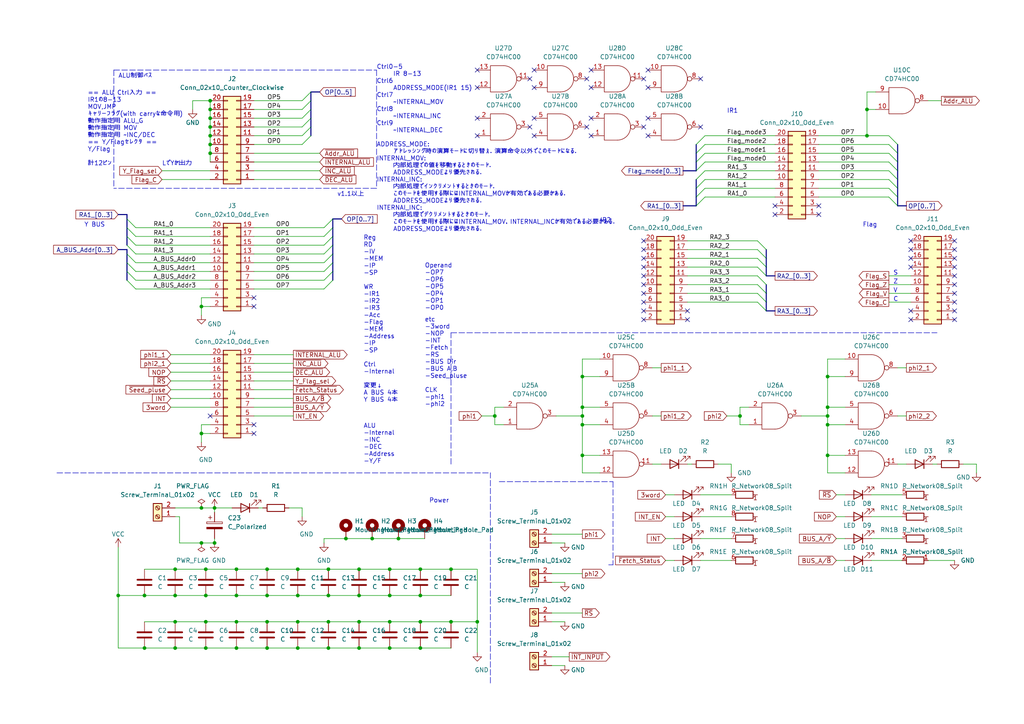
<source format=kicad_sch>
(kicad_sch (version 20211123) (generator eeschema)
  (paper "A4")
  (junction (at 68.58 187.96))
  (junction (at 240.03 109.22))
  (junction (at 168.91 132.08))
  (junction (at 240.03 132.08))
  (junction (at 68.58 165.1))
  (junction (at 58.42 88.9))
  (junction (at 240.03 120.65))
  (junction (at 68.58 172.72))
  (junction (at 86.36 180.34))
  (junction (at 104.14 187.96))
  (junction (at 41.91 172.72))
  (junction (at 60.96 34.29))
  (junction (at 251.46 39.37))
  (junction (at 77.47 180.34))
  (junction (at 60.96 41.91))
  (junction (at 77.47 187.96))
  (junction (at 121.92 187.96))
  (junction (at 58.42 147.32))
  (junction (at 58.42 157.48))
  (junction (at 95.25 165.1))
  (junction (at 77.47 172.72))
  (junction (at 41.91 187.96))
  (junction (at 95.25 187.96))
  (junction (at 68.58 180.34))
  (junction (at 50.8 180.34))
  (junction (at 59.69 165.1))
  (junction (at 107.95 156.21))
  (junction (at 62.23 157.48))
  (junction (at 77.47 165.1))
  (junction (at 95.25 180.34))
  (junction (at 214.63 120.65))
  (junction (at 60.96 44.45))
  (junction (at 86.36 187.96))
  (junction (at 104.14 180.34))
  (junction (at 115.57 156.21))
  (junction (at 130.81 180.34))
  (junction (at 86.36 172.72))
  (junction (at 86.36 165.1))
  (junction (at 50.8 187.96))
  (junction (at 50.8 172.72))
  (junction (at 100.33 156.21))
  (junction (at 104.14 172.72))
  (junction (at 59.69 180.34))
  (junction (at 59.69 172.72))
  (junction (at 60.96 31.75))
  (junction (at 168.91 109.22))
  (junction (at 138.43 180.34))
  (junction (at 240.03 118.11))
  (junction (at 168.91 120.65))
  (junction (at 168.91 118.11))
  (junction (at 95.25 172.72))
  (junction (at 113.03 180.34))
  (junction (at 168.91 123.19))
  (junction (at 251.46 31.75))
  (junction (at 59.69 187.96))
  (junction (at 34.29 172.72))
  (junction (at 113.03 165.1))
  (junction (at 50.8 165.1))
  (junction (at 240.03 123.19))
  (junction (at 113.03 187.96))
  (junction (at 121.92 172.72))
  (junction (at 104.14 165.1))
  (junction (at 130.81 165.1))
  (junction (at 121.92 180.34))
  (junction (at 62.23 147.32))
  (junction (at 143.51 120.65))
  (junction (at 113.03 172.72))
  (junction (at 121.92 165.1))
  (junction (at 60.96 39.37))
  (junction (at 60.96 36.83))
  (junction (at 60.96 29.21))
  (junction (at 58.42 125.73))
  (no_connect (at 73.66 123.19))
  (no_connect (at 199.39 92.71))
  (no_connect (at 224.79 59.69))
  (no_connect (at 237.49 62.23))
  (no_connect (at 276.86 92.71))
  (no_connect (at 276.86 90.17))
  (no_connect (at 187.96 39.37))
  (no_connect (at 154.94 39.37))
  (no_connect (at 153.67 36.83))
  (no_connect (at 154.94 25.4))
  (no_connect (at 154.94 20.32))
  (no_connect (at 153.67 22.86))
  (no_connect (at 170.18 22.86))
  (no_connect (at 154.94 34.29))
  (no_connect (at 170.18 36.83))
  (no_connect (at 199.39 90.17))
  (no_connect (at 264.16 77.47))
  (no_connect (at 264.16 69.85))
  (no_connect (at 264.16 72.39))
  (no_connect (at 264.16 74.93))
  (no_connect (at 203.2 22.86))
  (no_connect (at 186.69 90.17))
  (no_connect (at 186.69 92.71))
  (no_connect (at 276.86 77.47))
  (no_connect (at 276.86 69.85))
  (no_connect (at 276.86 72.39))
  (no_connect (at 276.86 74.93))
  (no_connect (at 276.86 80.01))
  (no_connect (at 276.86 82.55))
  (no_connect (at 276.86 85.09))
  (no_connect (at 276.86 87.63))
  (no_connect (at 237.49 59.69))
  (no_connect (at 73.66 86.36))
  (no_connect (at 187.96 25.4))
  (no_connect (at 264.16 92.71))
  (no_connect (at 203.2 36.83))
  (no_connect (at 171.45 34.29))
  (no_connect (at 264.16 90.17))
  (no_connect (at 138.43 25.4))
  (no_connect (at 138.43 34.29))
  (no_connect (at 138.43 39.37))
  (no_connect (at 138.43 20.32))
  (no_connect (at 171.45 20.32))
  (no_connect (at 60.96 120.65))
  (no_connect (at 186.69 36.83))
  (no_connect (at 73.66 88.9))
  (no_connect (at 187.96 34.29))
  (no_connect (at 186.69 22.86))
  (no_connect (at 187.96 20.32))
  (no_connect (at 186.69 87.63))
  (no_connect (at 186.69 69.85))
  (no_connect (at 186.69 72.39))
  (no_connect (at 186.69 74.93))
  (no_connect (at 186.69 77.47))
  (no_connect (at 186.69 82.55))
  (no_connect (at 186.69 85.09))
  (no_connect (at 186.69 80.01))
  (no_connect (at 224.79 62.23))
  (no_connect (at 73.66 125.73))
  (no_connect (at 171.45 39.37))
  (no_connect (at 171.45 25.4))
  (bus_entry (at 257.81 49.53) (size 2.54 2.54))
  (bus_entry (at 36.83 78.74) (size 2.54 2.54))
  (bus_entry (at 36.83 71.12) (size 2.54 2.54))
  (bus_entry (at 36.83 68.58) (size 2.54 2.54))
  (bus_entry (at 257.81 39.37) (size 2.54 2.54))
  (bus_entry (at 219.71 80.01) (size 2.54 2.54))
  (bus_entry (at 201.93 54.61) (size 2.54 -2.54))
  (bus_entry (at 93.98 66.04) (size 2.54 -2.54))
  (bus_entry (at 93.98 71.12) (size 2.54 -2.54))
  (bus_entry (at 219.71 74.93) (size 2.54 2.54))
  (bus_entry (at 87.63 41.91) (size 2.54 -2.54))
  (bus_entry (at 219.71 87.63) (size 2.54 2.54))
  (bus_entry (at 87.63 31.75) (size 2.54 -2.54))
  (bus_entry (at 219.71 82.55) (size 2.54 2.54))
  (bus_entry (at 36.83 66.04) (size 2.54 2.54))
  (bus_entry (at 219.71 69.85) (size 2.54 2.54))
  (bus_entry (at 201.93 57.15) (size 2.54 -2.54))
  (bus_entry (at 87.63 34.29) (size 2.54 -2.54))
  (bus_entry (at 257.81 54.61) (size 2.54 2.54))
  (bus_entry (at 36.83 63.5) (size 2.54 2.54))
  (bus_entry (at 201.93 46.99) (size 2.54 -2.54))
  (bus_entry (at 219.71 85.09) (size 2.54 2.54))
  (bus_entry (at 36.83 73.66) (size 2.54 2.54))
  (bus_entry (at 257.81 41.91) (size 2.54 2.54))
  (bus_entry (at 219.71 72.39) (size 2.54 2.54))
  (bus_entry (at 87.63 36.83) (size 2.54 -2.54))
  (bus_entry (at 93.98 76.2) (size 2.54 -2.54))
  (bus_entry (at 93.98 81.28) (size 2.54 -2.54))
  (bus_entry (at 93.98 78.74) (size 2.54 -2.54))
  (bus_entry (at 257.81 52.07) (size 2.54 2.54))
  (bus_entry (at 201.93 41.91) (size 2.54 -2.54))
  (bus_entry (at 201.93 52.07) (size 2.54 -2.54))
  (bus_entry (at 93.98 83.82) (size 2.54 -2.54))
  (bus_entry (at 257.81 57.15) (size 2.54 2.54))
  (bus_entry (at 257.81 46.99) (size 2.54 2.54))
  (bus_entry (at 201.93 59.69) (size 2.54 -2.54))
  (bus_entry (at 201.93 44.45) (size 2.54 -2.54))
  (bus_entry (at 93.98 73.66) (size 2.54 -2.54))
  (bus_entry (at 93.98 68.58) (size 2.54 -2.54))
  (bus_entry (at 219.71 77.47) (size 2.54 2.54))
  (bus_entry (at 87.63 39.37) (size 2.54 -2.54))
  (bus_entry (at 201.93 49.53) (size 2.54 -2.54))
  (bus_entry (at 257.81 44.45) (size 2.54 2.54))
  (bus_entry (at 87.63 29.21) (size 2.54 -2.54))
  (bus_entry (at 36.83 76.2) (size 2.54 2.54))
  (bus_entry (at 36.83 81.28) (size 2.54 2.54))
  (wire (pts (xy 55.88 29.21) (xy 55.88 31.75)))
  (wire (pts (xy 73.66 44.45) (xy 92.71 44.45)))
  (bus (pts (xy 90.17 29.21) (xy 90.17 26.67)))
  (wire (pts (xy 242.57 156.21) (xy 245.11 156.21)))
  (wire (pts (xy 52.07 157.48) (xy 58.42 157.48)))
  (wire (pts (xy 59.69 180.34) (xy 68.58 180.34)))
  (wire (pts (xy 74.93 147.32) (xy 76.2 147.32)))
  (wire (pts (xy 73.66 73.66) (xy 93.98 73.66)))
  (bus (pts (xy 34.29 62.23) (xy 36.83 62.23)))
  (wire (pts (xy 58.42 125.73) (xy 58.42 123.19)))
  (wire (pts (xy 113.03 165.1) (xy 121.92 165.1)))
  (wire (pts (xy 252.73 162.56) (xy 261.62 162.56)))
  (wire (pts (xy 73.66 78.74) (xy 93.98 78.74)))
  (wire (pts (xy 85.09 107.95) (xy 73.66 107.95)))
  (wire (pts (xy 39.37 83.82) (xy 60.96 83.82)))
  (wire (pts (xy 73.66 34.29) (xy 87.63 34.29)))
  (bus (pts (xy 201.93 46.99) (xy 201.93 49.53)))
  (wire (pts (xy 41.91 165.1) (xy 50.8 165.1)))
  (wire (pts (xy 204.47 41.91) (xy 224.79 41.91)))
  (wire (pts (xy 39.37 66.04) (xy 60.96 66.04)))
  (bus (pts (xy 222.25 85.09) (xy 222.25 87.63)))
  (wire (pts (xy 73.66 120.65) (xy 85.09 120.65)))
  (bus (pts (xy 36.83 73.66) (xy 36.83 72.39)))
  (wire (pts (xy 58.42 88.9) (xy 60.96 88.9)))
  (wire (pts (xy 121.92 165.1) (xy 130.81 165.1)))
  (polyline (pts (xy 144.78 139.7) (xy 177.8 139.7)))
  (wire (pts (xy 50.8 149.86) (xy 52.07 149.86)))
  (bus (pts (xy 36.83 76.2) (xy 36.83 73.66)))
  (wire (pts (xy 237.49 44.45) (xy 257.81 44.45)))
  (bus (pts (xy 90.17 26.67) (xy 92.71 26.67)))
  (bus (pts (xy 90.17 39.37) (xy 90.17 36.83)))
  (wire (pts (xy 199.39 77.47) (xy 219.71 77.47)))
  (bus (pts (xy 198.12 59.69) (xy 201.93 59.69)))
  (wire (pts (xy 240.03 132.08) (xy 240.03 123.19)))
  (wire (pts (xy 210.82 120.65) (xy 214.63 120.65)))
  (bus (pts (xy 222.25 77.47) (xy 222.25 80.01)))
  (wire (pts (xy 203.2 156.21) (xy 212.09 156.21)))
  (wire (pts (xy 73.66 49.53) (xy 92.71 49.53)))
  (wire (pts (xy 204.47 49.53) (xy 224.79 49.53)))
  (wire (pts (xy 193.04 143.51) (xy 195.58 143.51)))
  (wire (pts (xy 138.43 165.1) (xy 138.43 180.34)))
  (polyline (pts (xy 109.22 20.32) (xy 109.22 54.61)))
  (wire (pts (xy 77.47 187.96) (xy 86.36 187.96)))
  (wire (pts (xy 160.02 177.8) (xy 168.91 177.8)))
  (wire (pts (xy 237.49 46.99) (xy 257.81 46.99)))
  (wire (pts (xy 86.36 180.34) (xy 95.25 180.34)))
  (wire (pts (xy 160.02 157.48) (xy 163.83 157.48)))
  (wire (pts (xy 257.81 82.55) (xy 264.16 82.55)))
  (wire (pts (xy 49.53 113.03) (xy 60.96 113.03)))
  (wire (pts (xy 68.58 187.96) (xy 77.47 187.96)))
  (wire (pts (xy 104.14 172.72) (xy 113.03 172.72)))
  (wire (pts (xy 73.66 36.83) (xy 87.63 36.83)))
  (wire (pts (xy 60.96 41.91) (xy 60.96 44.45)))
  (wire (pts (xy 240.03 120.65) (xy 240.03 118.11)))
  (bus (pts (xy 96.52 73.66) (xy 96.52 71.12)))
  (wire (pts (xy 58.42 147.32) (xy 62.23 147.32)))
  (wire (pts (xy 60.96 34.29) (xy 60.96 36.83)))
  (wire (pts (xy 60.96 31.75) (xy 60.96 34.29)))
  (wire (pts (xy 49.53 102.87) (xy 60.96 102.87)))
  (wire (pts (xy 49.53 105.41) (xy 60.96 105.41)))
  (wire (pts (xy 199.39 85.09) (xy 219.71 85.09)))
  (wire (pts (xy 191.77 106.68) (xy 189.23 106.68)))
  (wire (pts (xy 58.42 125.73) (xy 60.96 125.73)))
  (wire (pts (xy 85.09 115.57) (xy 73.66 115.57)))
  (wire (pts (xy 104.14 165.1) (xy 113.03 165.1)))
  (wire (pts (xy 168.91 109.22) (xy 168.91 104.14)))
  (bus (pts (xy 260.35 41.91) (xy 260.35 44.45)))
  (wire (pts (xy 204.47 39.37) (xy 224.79 39.37)))
  (wire (pts (xy 73.66 41.91) (xy 87.63 41.91)))
  (wire (pts (xy 39.37 73.66) (xy 60.96 73.66)))
  (bus (pts (xy 36.83 78.74) (xy 36.83 76.2)))
  (wire (pts (xy 58.42 86.36) (xy 60.96 86.36)))
  (wire (pts (xy 193.04 162.56) (xy 195.58 162.56)))
  (bus (pts (xy 96.52 76.2) (xy 96.52 73.66)))
  (wire (pts (xy 203.2 149.86) (xy 212.09 149.86)))
  (wire (pts (xy 100.33 156.21) (xy 93.98 156.21)))
  (wire (pts (xy 242.57 143.51) (xy 245.11 143.51)))
  (bus (pts (xy 36.83 81.28) (xy 36.83 78.74)))
  (wire (pts (xy 50.8 165.1) (xy 59.69 165.1)))
  (wire (pts (xy 59.69 187.96) (xy 68.58 187.96)))
  (wire (pts (xy 95.25 172.72) (xy 104.14 172.72)))
  (wire (pts (xy 59.69 172.72) (xy 68.58 172.72)))
  (bus (pts (xy 96.52 68.58) (xy 96.52 66.04)))
  (wire (pts (xy 251.46 31.75) (xy 251.46 39.37)))
  (wire (pts (xy 242.57 162.56) (xy 245.11 162.56)))
  (wire (pts (xy 60.96 39.37) (xy 60.96 41.91)))
  (wire (pts (xy 168.91 109.22) (xy 173.99 109.22)))
  (wire (pts (xy 87.63 147.32) (xy 87.63 149.86)))
  (wire (pts (xy 168.91 120.65) (xy 168.91 118.11)))
  (wire (pts (xy 199.39 80.01) (xy 219.71 80.01)))
  (wire (pts (xy 203.2 162.56) (xy 212.09 162.56)))
  (wire (pts (xy 240.03 109.22) (xy 240.03 104.14)))
  (wire (pts (xy 199.39 72.39) (xy 219.71 72.39)))
  (wire (pts (xy 191.77 120.65) (xy 189.23 120.65)))
  (wire (pts (xy 240.03 118.11) (xy 245.11 118.11)))
  (bus (pts (xy 222.25 72.39) (xy 222.25 74.93)))
  (wire (pts (xy 237.49 57.15) (xy 257.81 57.15)))
  (wire (pts (xy 85.09 102.87) (xy 73.66 102.87)))
  (wire (pts (xy 107.95 156.21) (xy 100.33 156.21)))
  (wire (pts (xy 73.66 81.28) (xy 93.98 81.28)))
  (wire (pts (xy 252.73 149.86) (xy 261.62 149.86)))
  (wire (pts (xy 143.51 118.11) (xy 146.05 118.11)))
  (wire (pts (xy 60.96 29.21) (xy 55.88 29.21)))
  (polyline (pts (xy 109.22 54.61) (xy 33.02 54.61)))
  (wire (pts (xy 199.39 87.63) (xy 219.71 87.63)))
  (wire (pts (xy 95.25 180.34) (xy 104.14 180.34)))
  (wire (pts (xy 269.24 162.56) (xy 276.86 162.56)))
  (wire (pts (xy 121.92 187.96) (xy 130.81 187.96)))
  (wire (pts (xy 59.69 180.34) (xy 50.8 180.34)))
  (wire (pts (xy 59.69 165.1) (xy 68.58 165.1)))
  (wire (pts (xy 59.69 172.72) (xy 50.8 172.72)))
  (wire (pts (xy 62.23 147.32) (xy 62.23 148.59)))
  (wire (pts (xy 95.25 187.96) (xy 104.14 187.96)))
  (wire (pts (xy 58.42 91.44) (xy 58.42 88.9)))
  (wire (pts (xy 113.03 180.34) (xy 121.92 180.34)))
  (wire (pts (xy 73.66 68.58) (xy 93.98 68.58)))
  (wire (pts (xy 146.05 123.19) (xy 143.51 123.19)))
  (wire (pts (xy 161.29 120.65) (xy 168.91 120.65)))
  (wire (pts (xy 214.63 118.11) (xy 217.17 118.11)))
  (wire (pts (xy 208.28 134.62) (xy 212.09 134.62)))
  (wire (pts (xy 39.37 78.74) (xy 60.96 78.74)))
  (wire (pts (xy 60.96 36.83) (xy 60.96 39.37)))
  (bus (pts (xy 260.35 52.07) (xy 260.35 54.61)))
  (wire (pts (xy 83.82 147.32) (xy 87.63 147.32)))
  (wire (pts (xy 240.03 109.22) (xy 245.11 109.22)))
  (wire (pts (xy 237.49 49.53) (xy 257.81 49.53)))
  (wire (pts (xy 34.29 172.72) (xy 34.29 187.96)))
  (wire (pts (xy 214.63 120.65) (xy 214.63 118.11)))
  (wire (pts (xy 203.2 143.51) (xy 212.09 143.51)))
  (wire (pts (xy 130.81 165.1) (xy 138.43 165.1)))
  (wire (pts (xy 46.99 52.07) (xy 60.96 52.07)))
  (wire (pts (xy 262.89 106.68) (xy 260.35 106.68)))
  (polyline (pts (xy 16.51 137.16) (xy 142.24 137.16)))
  (wire (pts (xy 49.53 118.11) (xy 60.96 118.11)))
  (wire (pts (xy 257.81 85.09) (xy 264.16 85.09)))
  (bus (pts (xy 222.25 87.63) (xy 222.25 90.17)))
  (wire (pts (xy 193.04 156.21) (xy 195.58 156.21)))
  (wire (pts (xy 237.49 52.07) (xy 257.81 52.07)))
  (bus (pts (xy 90.17 36.83) (xy 90.17 34.29)))
  (bus (pts (xy 36.83 68.58) (xy 36.83 66.04)))
  (wire (pts (xy 212.09 134.62) (xy 212.09 137.16)))
  (wire (pts (xy 115.57 156.21) (xy 107.95 156.21)))
  (polyline (pts (xy 142.24 198.12) (xy 142.24 137.16)))
  (wire (pts (xy 168.91 104.14) (xy 173.99 104.14)))
  (wire (pts (xy 168.91 118.11) (xy 173.99 118.11)))
  (bus (pts (xy 96.52 81.28) (xy 96.52 78.74)))
  (wire (pts (xy 85.09 110.49) (xy 73.66 110.49)))
  (wire (pts (xy 254 31.75) (xy 251.46 31.75)))
  (bus (pts (xy 90.17 34.29) (xy 90.17 31.75)))
  (wire (pts (xy 121.92 180.34) (xy 130.81 180.34)))
  (wire (pts (xy 168.91 137.16) (xy 168.91 132.08)))
  (wire (pts (xy 73.66 46.99) (xy 92.71 46.99)))
  (wire (pts (xy 73.66 29.21) (xy 87.63 29.21)))
  (wire (pts (xy 143.51 120.65) (xy 143.51 118.11)))
  (wire (pts (xy 86.36 187.96) (xy 95.25 187.96)))
  (bus (pts (xy 260.35 44.45) (xy 260.35 46.99)))
  (wire (pts (xy 77.47 180.34) (xy 86.36 180.34)))
  (bus (pts (xy 198.12 49.53) (xy 201.93 49.53)))
  (wire (pts (xy 58.42 88.9) (xy 58.42 86.36)))
  (wire (pts (xy 39.37 76.2) (xy 60.96 76.2)))
  (wire (pts (xy 143.51 120.65) (xy 143.51 123.19)))
  (polyline (pts (xy 33.02 20.32) (xy 33.02 54.61)))
  (wire (pts (xy 77.47 172.72) (xy 86.36 172.72)))
  (wire (pts (xy 168.91 132.08) (xy 168.91 123.19)))
  (wire (pts (xy 193.04 149.86) (xy 195.58 149.86)))
  (wire (pts (xy 52.07 149.86) (xy 52.07 157.48)))
  (wire (pts (xy 50.8 172.72) (xy 41.91 172.72)))
  (wire (pts (xy 262.89 134.62) (xy 260.35 134.62)))
  (polyline (pts (xy 176.53 163.83) (xy 177.8 163.83)))
  (wire (pts (xy 139.7 120.65) (xy 143.51 120.65)))
  (wire (pts (xy 240.03 137.16) (xy 240.03 132.08)))
  (wire (pts (xy 39.37 71.12) (xy 60.96 71.12)))
  (wire (pts (xy 60.96 44.45) (xy 60.96 46.99)))
  (wire (pts (xy 86.36 165.1) (xy 95.25 165.1)))
  (wire (pts (xy 58.42 128.27) (xy 58.42 125.73)))
  (wire (pts (xy 68.58 165.1) (xy 77.47 165.1)))
  (wire (pts (xy 160.02 190.5) (xy 165.1 190.5)))
  (wire (pts (xy 41.91 172.72) (xy 34.29 172.72)))
  (wire (pts (xy 73.66 31.75) (xy 87.63 31.75)))
  (wire (pts (xy 204.47 44.45) (xy 224.79 44.45)))
  (polyline (pts (xy 130.81 96.52) (xy 271.78 96.52)))
  (wire (pts (xy 199.39 69.85) (xy 219.71 69.85)))
  (bus (pts (xy 36.83 66.04) (xy 36.83 63.5)))
  (wire (pts (xy 68.58 180.34) (xy 77.47 180.34)))
  (wire (pts (xy 39.37 68.58) (xy 60.96 68.58)))
  (wire (pts (xy 251.46 26.67) (xy 251.46 31.75)))
  (wire (pts (xy 73.66 71.12) (xy 93.98 71.12)))
  (wire (pts (xy 95.25 165.1) (xy 104.14 165.1)))
  (polyline (pts (xy 33.02 20.32) (xy 109.22 20.32)))
  (bus (pts (xy 96.52 63.5) (xy 99.06 63.5)))
  (wire (pts (xy 237.49 54.61) (xy 257.81 54.61)))
  (bus (pts (xy 260.35 54.61) (xy 260.35 57.15)))
  (wire (pts (xy 104.14 180.34) (xy 113.03 180.34)))
  (wire (pts (xy 73.66 83.82) (xy 93.98 83.82)))
  (wire (pts (xy 60.96 29.21) (xy 60.96 31.75)))
  (wire (pts (xy 160.02 166.37) (xy 168.91 166.37)))
  (wire (pts (xy 34.29 158.75) (xy 34.29 172.72)))
  (bus (pts (xy 36.83 71.12) (xy 36.83 68.58)))
  (bus (pts (xy 222.25 90.17) (xy 224.79 90.17)))
  (wire (pts (xy 85.09 118.11) (xy 73.66 118.11)))
  (wire (pts (xy 58.42 157.48) (xy 62.23 157.48)))
  (wire (pts (xy 62.23 156.21) (xy 62.23 157.48)))
  (wire (pts (xy 73.66 39.37) (xy 87.63 39.37)))
  (wire (pts (xy 50.8 187.96) (xy 59.69 187.96)))
  (wire (pts (xy 113.03 172.72) (xy 121.92 172.72)))
  (wire (pts (xy 168.91 123.19) (xy 173.99 123.19)))
  (bus (pts (xy 201.93 52.07) (xy 201.93 54.61)))
  (wire (pts (xy 240.03 123.19) (xy 240.03 120.65)))
  (wire (pts (xy 160.02 154.94) (xy 168.91 154.94)))
  (wire (pts (xy 273.05 29.21) (xy 269.24 29.21)))
  (wire (pts (xy 168.91 118.11) (xy 168.91 109.22)))
  (wire (pts (xy 104.14 187.96) (xy 113.03 187.96)))
  (bus (pts (xy 90.17 31.75) (xy 90.17 29.21)))
  (wire (pts (xy 121.92 172.72) (xy 130.81 172.72)))
  (wire (pts (xy 240.03 132.08) (xy 245.11 132.08)))
  (wire (pts (xy 130.81 180.34) (xy 138.43 180.34)))
  (wire (pts (xy 252.73 143.51) (xy 261.62 143.51)))
  (wire (pts (xy 240.03 123.19) (xy 245.11 123.19)))
  (polyline (pts (xy 177.8 139.7) (xy 177.8 163.83)))
  (wire (pts (xy 68.58 172.72) (xy 77.47 172.72)))
  (wire (pts (xy 204.47 57.15) (xy 224.79 57.15)))
  (wire (pts (xy 204.47 52.07) (xy 224.79 52.07)))
  (wire (pts (xy 199.39 74.93) (xy 219.71 74.93)))
  (wire (pts (xy 240.03 104.14) (xy 245.11 104.14)))
  (wire (pts (xy 39.37 81.28) (xy 60.96 81.28)))
  (wire (pts (xy 73.66 66.04) (xy 93.98 66.04)))
  (wire (pts (xy 73.66 76.2) (xy 93.98 76.2)))
  (wire (pts (xy 245.11 137.16) (xy 240.03 137.16)))
  (wire (pts (xy 77.47 165.1) (xy 86.36 165.1)))
  (wire (pts (xy 270.51 134.62) (xy 271.78 134.62)))
  (bus (pts (xy 201.93 54.61) (xy 201.93 57.15)))
  (wire (pts (xy 242.57 149.86) (xy 245.11 149.86)))
  (wire (pts (xy 123.19 156.21) (xy 115.57 156.21)))
  (bus (pts (xy 96.52 78.74) (xy 96.52 76.2)))
  (wire (pts (xy 173.99 137.16) (xy 168.91 137.16)))
  (wire (pts (xy 160.02 180.34) (xy 163.83 180.34)))
  (wire (pts (xy 50.8 180.34) (xy 41.91 180.34)))
  (wire (pts (xy 251.46 39.37) (xy 257.81 39.37)))
  (wire (pts (xy 113.03 187.96) (xy 121.92 187.96)))
  (wire (pts (xy 50.8 147.32) (xy 58.42 147.32)))
  (bus (pts (xy 260.35 49.53) (xy 260.35 52.07)))
  (wire (pts (xy 257.81 87.63) (xy 264.16 87.63)))
  (wire (pts (xy 85.09 113.03) (xy 73.66 113.03)))
  (wire (pts (xy 168.91 123.19) (xy 168.91 120.65)))
  (wire (pts (xy 34.29 187.96) (xy 41.91 187.96)))
  (wire (pts (xy 254 26.67) (xy 251.46 26.67)))
  (wire (pts (xy 204.47 46.99) (xy 224.79 46.99)))
  (bus (pts (xy 201.93 44.45) (xy 201.93 46.99)))
  (wire (pts (xy 138.43 180.34) (xy 138.43 189.23)))
  (wire (pts (xy 160.02 193.04) (xy 163.83 193.04)))
  (bus (pts (xy 222.25 82.55) (xy 222.25 85.09)))
  (wire (pts (xy 191.77 134.62) (xy 189.23 134.62)))
  (wire (pts (xy 237.49 41.91) (xy 257.81 41.91)))
  (wire (pts (xy 49.53 110.49) (xy 60.96 110.49)))
  (wire (pts (xy 237.49 39.37) (xy 251.46 39.37)))
  (bus (pts (xy 222.25 74.93) (xy 222.25 77.47)))
  (wire (pts (xy 252.73 156.21) (xy 261.62 156.21)))
  (wire (pts (xy 160.02 168.91) (xy 163.83 168.91)))
  (wire (pts (xy 73.66 52.07) (xy 92.71 52.07)))
  (wire (pts (xy 257.81 80.01) (xy 264.16 80.01)))
  (wire (pts (xy 46.99 49.53) (xy 60.96 49.53)))
  (wire (pts (xy 58.42 123.19) (xy 60.96 123.19)))
  (wire (pts (xy 262.89 120.65) (xy 260.35 120.65)))
  (bus (pts (xy 34.29 72.39) (xy 36.83 72.39)))
  (wire (pts (xy 199.39 134.62) (xy 200.66 134.62)))
  (bus (pts (xy 96.52 71.12) (xy 96.52 68.58)))
  (wire (pts (xy 199.39 82.55) (xy 219.71 82.55)))
  (wire (pts (xy 204.47 54.61) (xy 224.79 54.61)))
  (wire (pts (xy 240.03 118.11) (xy 240.03 109.22)))
  (wire (pts (xy 41.91 187.96) (xy 50.8 187.96)))
  (wire (pts (xy 67.31 147.32) (xy 62.23 147.32)))
  (polyline (pts (xy 130.81 134.62) (xy 130.81 96.52)))
  (bus (pts (xy 201.93 41.91) (xy 201.93 44.45)))
  (bus (pts (xy 260.35 57.15) (xy 260.35 59.69)))
  (wire (pts (xy 168.91 132.08) (xy 173.99 132.08)))
  (bus (pts (xy 96.52 66.04) (xy 96.52 63.5)))
  (bus (pts (xy 260.35 46.99) (xy 260.35 49.53)))
  (wire (pts (xy 217.17 123.19) (xy 214.63 123.19)))
  (bus (pts (xy 260.35 59.69) (xy 262.89 59.69)))
  (bus (pts (xy 222.25 80.01) (xy 224.79 80.01)))
  (wire (pts (xy 232.41 120.65) (xy 240.03 120.65)))
  (wire (pts (xy 85.09 105.41) (xy 73.66 105.41)))
  (wire (pts (xy 49.53 107.95) (xy 60.96 107.95)))
  (bus (pts (xy 201.93 57.15) (xy 201.93 59.69)))
  (wire (pts (xy 49.53 115.57) (xy 60.96 115.57)))
  (wire (pts (xy 279.4 134.62) (xy 283.21 134.62)))
  (wire (pts (xy 214.63 120.65) (xy 214.63 123.19)))
  (wire (pts (xy 86.36 172.72) (xy 95.25 172.72)))
  (wire (pts (xy 93.98 156.21) (xy 93.98 157.48)))
  (bus (pts (xy 36.83 62.23) (xy 36.83 63.5)))
  (wire (pts (xy 283.21 134.62) (xy 283.21 137.16)))
  (text "Ctrl0-5\n	IR 8-13\nCtrl6\n	ADDRESS_MODE(IR1 15)\nCtrl7\n	~INTERNAL_MOV\nCtrl8\n	~INTERNAL_INC\nCtrl9\n	~INTERNAL_DEC\n\nADDRESS_MODE:\n	アドレッシング時の演算モードに切り替え．演算命令以外でこのモードになる．\nINTERNAL_MOV:\n	内部処理での値を移動するときのモード．\n	ADDRESS_MODEより優先される．\nINTERNAI_INC:\n	内部処理でインクリメントするときのモード．\n	このモードを使用する際にはINTERNAL_MOVが有効である必要がある．\n	ADDRESS_MODEより優先される．\nINTERNAI_INC:\n	内部処理でデクリメントするときのモード．\n	このモードを使用する際にはINTERNAL_MOV，INTERNAL_INCが有効である必要がある．\n	ADDRESS_MODEより優先される．" (at 109.22 67.31 0) (effects (font (size 1.27 1.27)) (justify left bottom)))
  (text "Z" (at 259.08 82.55 0) (effects (font (size 1.27 1.27)) (justify left bottom)))
  (text "IR2" (at 173.99 64.77 0) (effects (font (size 1.27 1.27)) (justify left bottom)))
  (text "S" (at 259.08 80.01 0) (effects (font (size 1.27 1.27)) (justify left bottom)))
  (text "Flag" (at 250.19 66.04 0) (effects (font (size 1.27 1.27)) (justify left bottom)))
  (text "LでYが出力" (at 46.99 48.26 0) (effects (font (size 1.27 1.27)) (justify left bottom)))
  (text "Power" (at 124.46 146.05 0) (effects (font (size 1.27 1.27)) (justify left bottom)))
  (text "== ALU Ctrl入力 ==\nIR1の8-13\nMOV,JMP\nキャリーフラグ(with carryな命令用)\n動作指定用 ALU_G\n動作指定用 MOV\n動作指定用 ~INC/DEC\n== Y/Flagセレクタ ==\nY/Flag\n\n計12ピン" (at 25.4 48.26 0) (effects (font (size 1.27 1.27)) (justify left bottom)))
  (text "IR1" (at 210.82 33.02 0) (effects (font (size 1.27 1.27)) (justify left bottom)))
  (text "C" (at 259.08 87.63 0) (effects (font (size 1.27 1.27)) (justify left bottom)))
  (text "V" (at 259.08 85.09 0) (effects (font (size 1.27 1.27)) (justify left bottom)))
  (text "Reg\nRD\n-IV\n-MEM\n-IP\n-SP\n\nWR\n-IR1\n-IR2\n-IR3\n-Acc\n-Flag\n-MEM\n-Address\n-IP\n-SP\n\nCtrl\n-Internal\n\n変更↓\nA BUS 4本\nY BUS 4本 " (at 105.41 116.84 0) (effects (font (size 1.27 1.27)) (justify left bottom)))
  (text "ALU\n-Internal\n-INC\n-DEC\n-Address\n-Y/F" (at 105.41 134.62 0) (effects (font (size 1.27 1.27)) (justify left bottom)))
  (text "v1.1以上" (at 97.79 57.15 0) (effects (font (size 1.27 1.27)) (justify left bottom)))
  (text "etc\n-3word\n-NOP\n-INT\n-Fetch\n-RS\n-BUS Dir\n-BUS A,B\n-Seed_pluse\n\nCLK\n-phi1\n-phi2" (at 123.19 118.11 0) (effects (font (size 1.27 1.27)) (justify left bottom)))
  (text "Operand\n-OP7\n-OP6\n-OP5\n-OP4\n-OP1\n-OP0" (at 123.19 90.17 0) (effects (font (size 1.27 1.27)) (justify left bottom)))
  (text "Y BUS" (at 30.48 66.04 180) (effects (font (size 1.27 1.27)) (justify right bottom)))
  (text "ALU制御バス" (at 34.29 22.86 0) (effects (font (size 1.27 1.27)) (justify left bottom)))
  (label "A_BUS_Addr3" (at 44.45 83.82 0))
  (label "RA1_0" (at 44.45 66.04 0))
  (label "OP7" (at 243.84 39.37 0))
  (label "OP5" (at 80.01 78.74 0))
  (label "OP2" (at 77.47 36.83 0))
  (label "OP0" (at 77.47 41.91 0))
  (label "OP6" (at 243.84 41.91 0))
  (label "RA1_3" (at 44.45 73.66 0))
  (label "RA2_3" (at 205.74 69.85 0))
  (label "RA3_1" (at 205.74 85.09 0))
  (label "OP0" (at 243.84 57.15 0))
  (label "OP3" (at 243.84 49.53 0))
  (label "OP5" (at 243.84 44.45 0))
  (label "OP2" (at 80.01 71.12 0))
  (label "RA2_2" (at 205.74 72.39 0))
  (label "RA3_2" (at 205.74 82.55 0))
  (label "OP5" (at 77.47 29.21 0))
  (label "OP2" (at 243.84 52.07 0))
  (label "OP1" (at 77.47 39.37 0))
  (label "OP4" (at 80.01 76.2 0))
  (label "RA1_2" (at 44.45 71.12 0))
  (label "RA1_2" (at 210.82 52.07 0))
  (label "OP3" (at 80.01 73.66 0))
  (label "OP1" (at 80.01 68.58 0))
  (label "RA1_0" (at 210.82 57.15 0))
  (label "OP1" (at 243.84 54.61 0))
  (label "Flag_mode2" (at 210.82 41.91 0))
  (label "A_BUS_Addr0" (at 44.45 76.2 0))
  (label "OP4" (at 77.47 31.75 0))
  (label "RA1_1" (at 44.45 68.58 0))
  (label "OP7" (at 80.01 83.82 0))
  (label "Flag_mode0" (at 210.82 46.99 0))
  (label "RA2_1" (at 205.74 74.93 0))
  (label "OP4" (at 243.84 46.99 0))
  (label "Flag_mode3" (at 210.82 39.37 0))
  (label "RA3_3" (at 205.74 80.01 0))
  (label "RA1_3" (at 210.82 49.53 0))
  (label "OP3" (at 77.47 34.29 0))
  (label "A_BUS_Addr1" (at 44.45 78.74 0))
  (label "Flag_mode1" (at 210.82 44.45 0))
  (label "RA1_1" (at 210.82 54.61 0))
  (label "A_BUS_Addr2" (at 44.45 81.28 0))
  (label "RA2_0" (at 205.74 77.47 0))
  (label "RA3_0" (at 205.74 87.63 0))
  (label "OP6" (at 80.01 81.28 0))
  (label "OP0" (at 80.01 66.04 0))
  (global_label "INT" (shape input) (at 49.53 115.57 180) (property "Intersheet References" "${INTERSHEET_REFS}" (effects hide)))
  (global_label "phi2" (shape input) (at 210.82 120.65 180) (property "Intersheet References" "${INTERSHEET_REFS}" (effects hide)))
  (global_label "INT_EN" (shape output) (at 85.09 120.65 0) (property "Intersheet References" "${INTERSHEET_REFS}" (effects hide)))
  (global_label "RA2_[0..3]" (shape output) (at 224.79 80.01 0) (property "Intersheet References" "${INTERSHEET_REFS}" (effects hide)))
  (global_label "RA1_[0..3]" (shape output) (at 198.12 59.69 180) (property "Intersheet References" "${INTERSHEET_REFS}" (effects hide)))
  (global_label "BUS_A{slash}~{Y}" (shape input) (at 242.57 156.21 180) (property "Intersheet References" "${INTERSHEET_REFS}" (effects hide)))
  (global_label "OP[0..7]" (shape output) (at 262.89 59.69 0) (property "Intersheet References" "${INTERSHEET_REFS}" (effects hide)))
  (global_label "phi1_2" (shape output) (at 191.77 120.65 0) (property "Intersheet References" "${INTERSHEET_REFS}" (effects hide)))
  (global_label "NOP" (shape input) (at 242.57 149.86 180) (property "Intersheet References" "${INTERSHEET_REFS}" (effects hide)))
  (global_label "phi2_1" (shape input) (at 49.53 105.41 180) (property "Intersheet References" "${INTERSHEET_REFS}" (effects hide)))
  (global_label "OP[0..7]" (shape input) (at 99.06 63.5 0) (property "Intersheet References" "${INTERSHEET_REFS}" (effects hide)))
  (global_label "phi2" (shape output) (at 168.91 166.37 0) (property "Intersheet References" "${INTERSHEET_REFS}" (effects hide)))
  (global_label "~{INT_INPUT}" (shape output) (at 165.1 190.5 0) (property "Intersheet References" "${INTERSHEET_REFS}" (effects hide)))
  (global_label "phi1" (shape output) (at 168.91 154.94 0) (property "Intersheet References" "${INTERSHEET_REFS}" (effects hide)))
  (global_label "Flag_Z" (shape output) (at 257.81 82.55 180) (property "Intersheet References" "${INTERSHEET_REFS}" (effects hide)))
  (global_label "~{Seed_pluse}" (shape input) (at 49.53 113.03 180) (property "Intersheet References" "${INTERSHEET_REFS}" (effects hide)))
  (global_label "~{Addr_ALU}" (shape input) (at 92.71 44.45 0) (property "Intersheet References" "${INTERSHEET_REFS}" (effects hide)))
  (global_label "phi1_1" (shape input) (at 49.53 102.87 180) (property "Intersheet References" "${INTERSHEET_REFS}" (effects hide)))
  (global_label "~{INTERNAL_ALU}" (shape output) (at 85.09 102.87 0) (property "Intersheet References" "${INTERSHEET_REFS}" (effects hide)))
  (global_label "phi2_2" (shape output) (at 262.89 120.65 0) (property "Intersheet References" "${INTERSHEET_REFS}" (effects hide)))
  (global_label "Flag_C" (shape input) (at 46.99 52.07 180) (property "Intersheet References" "${INTERSHEET_REFS}" (effects hide)))
  (global_label "3word" (shape input) (at 49.53 118.11 180) (property "Intersheet References" "${INTERSHEET_REFS}" (effects hide)))
  (global_label "3word" (shape input) (at 193.04 143.51 180) (property "Intersheet References" "${INTERSHEET_REFS}" (effects hide)))
  (global_label "BUS_A{slash}~{B}" (shape input) (at 242.57 162.56 180) (property "Intersheet References" "${INTERSHEET_REFS}" (effects hide)))
  (global_label "RA3_[0..3]" (shape output) (at 224.79 90.17 0) (property "Intersheet References" "${INTERSHEET_REFS}" (effects hide)))
  (global_label "Flag_S" (shape output) (at 257.81 80.01 180) (property "Intersheet References" "${INTERSHEET_REFS}" (effects hide)))
  (global_label "~{Fetch_Status}" (shape input) (at 193.04 162.56 180) (property "Intersheet References" "${INTERSHEET_REFS}" (effects hide)))
  (global_label "phi2_1" (shape output) (at 262.89 106.68 0) (property "Intersheet References" "${INTERSHEET_REFS}" (effects hide)))
  (global_label "OP[0..5]" (shape input) (at 92.71 26.67 0) (property "Intersheet References" "${INTERSHEET_REFS}" (effects hide)))
  (global_label "~{RS}" (shape input) (at 49.53 110.49 180) (property "Intersheet References" "${INTERSHEET_REFS}" (effects hide)))
  (global_label "Y_Flag_sel" (shape input) (at 46.99 49.53 180) (property "Intersheet References" "${INTERSHEET_REFS}" (effects hide)))
  (global_label "Flag_V" (shape output) (at 257.81 85.09 180) (property "Intersheet References" "${INTERSHEET_REFS}" (effects hide)))
  (global_label "~{Fetch_Status}" (shape output) (at 85.09 113.03 0) (property "Intersheet References" "${INTERSHEET_REFS}" (effects hide)))
  (global_label "~{Addr_ALU}" (shape output) (at 273.05 29.21 0) (property "Intersheet References" "${INTERSHEET_REFS}" (effects hide)))
  (global_label "BUS_A{slash}~{B}" (shape output) (at 85.09 115.57 0) (property "Intersheet References" "${INTERSHEET_REFS}" (effects hide)))
  (global_label "RA1_[0..3]" (shape input) (at 34.29 62.23 180) (property "Intersheet References" "${INTERSHEET_REFS}" (effects hide)))
  (global_label "phi1" (shape input) (at 139.7 120.65 180) (property "Intersheet References" "${INTERSHEET_REFS}" (effects hide)))
  (global_label "INT" (shape input) (at 193.04 156.21 180) (property "Intersheet References" "${INTERSHEET_REFS}" (effects hide)))
  (global_label "~{INTERNAL_ALU}" (shape input) (at 92.71 46.99 0) (property "Intersheet References" "${INTERSHEET_REFS}" (effects hide)))
  (global_label "Flag_mode[0..3]" (shape output) (at 198.12 49.53 180) (property "Intersheet References" "${INTERSHEET_REFS}" (effects hide)))
  (global_label "~{DEC_ALU}" (shape input) (at 92.71 52.07 0) (property "Intersheet References" "${INTERSHEET_REFS}" (effects hide)))
  (global_label "~{INC_ALU}" (shape input) (at 92.71 49.53 0) (property "Intersheet References" "${INTERSHEET_REFS}" (effects hide)))
  (global_label "BUS_A{slash}~{Y}" (shape output) (at 85.09 118.11 0) (property "Intersheet References" "${INTERSHEET_REFS}" (effects hide)))
  (global_label "Flag_C" (shape output) (at 257.81 87.63 180) (property "Intersheet References" "${INTERSHEET_REFS}" (effects hide)))
  (global_label "~{RS}" (shape input) (at 242.57 143.51 180) (property "Intersheet References" "${INTERSHEET_REFS}" (effects hide)))
  (global_label "Y_Flag_sel" (shape output) (at 85.09 110.49 0) (property "Intersheet References" "${INTERSHEET_REFS}" (effects hide)))
  (global_label "~{RS}" (shape output) (at 168.91 177.8 0) (property "Intersheet References" "${INTERSHEET_REFS}" (effects hide)))
  (global_label "INT_EN" (shape input) (at 193.04 149.86 180) (property "Intersheet References" "${INTERSHEET_REFS}" (effects hide)))
  (global_label "phi1_1" (shape output) (at 191.77 106.68 0) (property "Intersheet References" "${INTERSHEET_REFS}" (effects hide)))
  (global_label "~{DEC_ALU}" (shape output) (at 85.09 107.95 0) (property "Intersheet References" "${INTERSHEET_REFS}" (effects hide)))
  (global_label "A_BUS_Addr[0..3]" (shape input) (at 34.29 72.39 180) (property "Intersheet References" "${INTERSHEET_REFS}" (effects hide)))
  (global_label "~{INC_ALU}" (shape output) (at 85.09 105.41 0) (property "Intersheet References" "${INTERSHEET_REFS}" (effects hide)))
  (global_label "NOP" (shape input) (at 49.53 107.95 180) (property "Intersheet References" "${INTERSHEET_REFS}" (effects hide)))
  (symbol (lib_id "Device:R") (at 80.01 147.32 90) (unit 1)
    (property "Reference" "R1" (at 80.01 140.97 90))
    (property "Value" "R" (at 80.01 143.51 90))
    (property "Footprint" "Resistor_SMD:R_0603_1608Metric_Pad0.98x0.95mm_HandSolder" (effects hide))
  )
  (symbol (lib_id "Device:LED") (at 248.92 143.51 180) (unit 1)
    (property "Reference" "D8" (at 251.46 146.05 0))
    (property "Value" "LED" (at 246.38 146.05 0))
    (property "Footprint" "LED_THT:LED_D3.0mm" (effects hide))
  )
  (symbol (lib_id "power:GND") (at 138.43 189.23 0) (unit 1)
    (property "Reference" "#PWR011" (effects hide))
    (property "Value" "GND" (at 139.7 194.31 0))
  )
  (symbol (lib_id "Connector_Generic:Conn_02x10_Odd_Even") (at 68.58 115.57 180) (unit 1)
    (property "Reference" "J4" (at 67.31 96.52 0))
    (property "Value" "Conn_02x10_Odd_Even" (at 67.31 99.06 0))
    (property "Footprint" "Connector_PinHeader_2.54mm:PinHeader_2x10_P2.54mm_Horizontal" (effects hide))
  )
  (symbol (lib_id "Device:C") (at 113.03 168.91 0) (unit 1)
    (property "Reference" "C17" (at 116.84 167.6399 0) (effects (justify left)))
    (property "Value" "C" (at 116.84 170.1799 0) (effects (justify left)))
    (property "Footprint" "Capacitor_THT:C_Disc_D7.0mm_W2.5mm_P5.00mm" (effects hide))
  )
  (symbol (lib_id "CD74HCXX:CD74HC00") (at 162.56 36.83 0) (mirror x) (unit 2)
    (property "Reference" "U27" (at 162.56 27.94 0))
    (property "Value" "CD74HC00" (at 162.56 30.48 0))
    (property "Footprint" "Package_DIP:DIP-14_W7.62mm" (effects hide))
  )
  (symbol (lib_id "CD74HCXX:CD74HC00") (at 195.58 36.83 0) (mirror x) (unit 2)
    (property "Reference" "U28" (at 195.58 27.94 0))
    (property "Value" "CD74HC00" (at 195.58 30.48 0))
    (property "Footprint" "Package_DIP:DIP-14_W7.62mm" (effects hide))
  )
  (symbol (lib_id "Device:LED") (at 248.92 162.56 180) (unit 1)
    (property "Reference" "D11" (at 251.46 165.1 0))
    (property "Value" "LED" (at 246.38 165.1 0))
    (property "Footprint" "LED_THT:LED_D3.0mm" (effects hide))
  )
  (symbol (lib_id "power:VCC") (at 62.23 147.32 0) (mirror y) (unit 1)
    (property "Reference" "#PWR07" (effects hide))
    (property "Value" "VCC" (at 62.23 143.51 0))
  )
  (symbol (lib_id "Mechanical:MountingHole_Pad") (at 115.57 153.67 0) (unit 1)
    (property "Reference" "H3" (at 118.11 151.1299 0) (effects (justify left)))
    (property "Value" "MountingHole_Pad" (at 118.11 153.6699 0) (effects (justify left)))
    (property "Footprint" "MountingHole:MountingHole_3mm_Pad" (effects hide))
  )
  (symbol (lib_id "CD74HCxx:CD74HC00") (at 261.62 29.21 0) (unit 3)
    (property "Reference" "U10" (at 261.62 20.32 0))
    (property "Value" "CD74HC00" (at 261.62 22.86 0))
    (property "Footprint" "Package_DIP:DIP-14_W7.62mm" (effects hide))
  )
  (symbol (lib_id "CD74HCXX:CD74HC00") (at 252.73 120.65 0) (mirror x) (unit 2)
    (property "Reference" "U26" (at 252.73 111.76 0))
    (property "Value" "CD74HC00" (at 252.73 114.3 0))
    (property "Footprint" "Package_DIP:DIP-14_W7.62mm" (effects hide))
  )
  (symbol (lib_id "Device:C") (at 104.14 168.91 0) (unit 1)
    (property "Reference" "C15" (at 107.95 167.6399 0) (effects (justify left)))
    (property "Value" "C" (at 107.95 170.1799 0) (effects (justify left)))
    (property "Footprint" "Capacitor_THT:C_Disc_D7.0mm_W2.5mm_P5.00mm" (effects hide))
  )
  (symbol (lib_id "power:VCC") (at 34.29 158.75 0) (mirror y) (unit 1)
    (property "Reference" "#PWR03" (effects hide))
    (property "Value" "VCC" (at 34.29 154.94 0))
  )
  (symbol (lib_id "Device:C") (at 86.36 184.15 0) (unit 1)
    (property "Reference" "C12" (at 90.17 182.8799 0) (effects (justify left)))
    (property "Value" "C" (at 90.17 185.4199 0) (effects (justify left)))
    (property "Footprint" "Capacitor_THT:C_Disc_D7.0mm_W2.5mm_P5.00mm" (effects hide))
  )
  (symbol (lib_id "CD74HCXX:CD74HC00") (at 153.67 120.65 0) (mirror x) (unit 1)
    (property "Reference" "U25" (at 153.67 111.76 0))
    (property "Value" "CD74HC00" (at 153.67 114.3 0))
    (property "Footprint" "Package_DIP:DIP-14_W7.62mm" (effects hide))
  )
  (symbol (lib_id "Device:C_Polarized") (at 62.23 152.4 0) (unit 1)
    (property "Reference" "C23" (at 66.04 150.2409 0) (effects (justify left)))
    (property "Value" "C_Polarized" (at 66.04 152.7809 0) (effects (justify left)))
    (property "Footprint" "Capacitor_THT:CP_Radial_D5.0mm_P2.50mm" (effects hide))
  )
  (symbol (lib_id "CD74HCXX:CD74HC00") (at 181.61 134.62 0) (mirror x) (unit 4)
    (property "Reference" "U25" (at 181.61 125.73 0))
    (property "Value" "CD74HC00" (at 181.61 128.27 0))
    (property "Footprint" "Package_DIP:DIP-14_W7.62mm" (effects hide))
  )
  (symbol (lib_id "CD74HCXX:CD74HC00") (at 252.73 134.62 0) (mirror x) (unit 4)
    (property "Reference" "U26" (at 252.73 125.73 0))
    (property "Value" "CD74HC00" (at 252.73 128.27 0))
    (property "Footprint" "Package_DIP:DIP-14_W7.62mm" (effects hide))
  )
  (symbol (lib_id "power:GND") (at 87.63 149.86 0) (unit 1)
    (property "Reference" "#PWR09" (effects hide))
    (property "Value" "GND" (at 88.9 154.94 0))
  )
  (symbol (lib_id "Device:C") (at 68.58 184.15 0) (unit 1)
    (property "Reference" "C8" (at 72.39 182.8799 0) (effects (justify left)))
    (property "Value" "C" (at 72.39 185.4199 0) (effects (justify left)))
    (property "Footprint" "Capacitor_THT:C_Disc_D7.0mm_W2.5mm_P5.00mm" (effects hide))
  )
  (symbol (lib_id "CD74HCXX:CD74HC00") (at 181.61 120.65 0) (mirror x) (unit 2)
    (property "Reference" "U25" (at 181.61 111.76 0))
    (property "Value" "CD74HC00" (at 181.61 114.3 0))
    (property "Footprint" "Package_DIP:DIP-14_W7.62mm" (effects hide))
  )
  (symbol (lib_id "power:GND") (at 163.83 157.48 0) (unit 1)
    (property "Reference" "#PWR012" (effects hide))
    (property "Value" "GND" (at 167.64 158.75 0))
  )
  (symbol (lib_id "Device:R") (at 275.59 134.62 90) (unit 1)
    (property "Reference" "R3" (at 275.59 128.27 90))
    (property "Value" "R" (at 275.59 130.81 90))
    (property "Footprint" "Resistor_SMD:R_0603_1608Metric_Pad0.98x0.95mm_HandSolder" (effects hide))
  )
  (symbol (lib_id "Device:R_Network08_Split") (at 215.9 149.86 270) (unit 7)
    (property "Reference" "RN1" (at 205.74 147.32 90) (effects (justify left)))
    (property "Value" "R_Network08_Split" (at 212.09 147.32 90) (effects (justify left)))
    (property "Footprint" "Resistor_THT:R_Array_SIP9" (effects hide))
    (property "Datasheet" "http://www.vishay.com/docs/31509/csc.pdf" (effects hide))
  )
  (symbol (lib_id "CD74HCXX:CD74HC00") (at 195.58 22.86 0) (mirror x) (unit 3)
    (property "Reference" "U28" (at 195.58 13.97 0))
    (property "Value" "CD74HC00" (at 195.58 16.51 0))
    (property "Footprint" "Package_DIP:DIP-14_W7.62mm" (effects hide))
  )
  (symbol (lib_id "Device:C") (at 130.81 168.91 0) (unit 1)
    (property "Reference" "C21" (at 134.62 167.6399 0) (effects (justify left)))
    (property "Value" "C" (at 134.62 170.1799 0) (effects (justify left)))
    (property "Footprint" "Capacitor_THT:C_Disc_D7.0mm_W2.5mm_P5.00mm" (effects hide))
  )
  (symbol (lib_id "Device:C") (at 95.25 168.91 0) (unit 1)
    (property "Reference" "C13" (at 99.06 167.6399 0) (effects (justify left)))
    (property "Value" "C" (at 99.06 170.1799 0) (effects (justify left)))
    (property "Footprint" "Capacitor_THT:C_Disc_D7.0mm_W2.5mm_P5.00mm" (effects hide))
  )
  (symbol (lib_id "power:GND") (at 276.86 162.56 0) (unit 1)
    (property "Reference" "#PWR019" (effects hide))
    (property "Value" "GND" (at 280.67 162.56 0))
  )
  (symbol (lib_id "CD74HCXX:CD74HC00") (at 179.07 36.83 0) (mirror x) (unit 1)
    (property "Reference" "U28" (at 179.07 27.94 0))
    (property "Value" "CD74HC00" (at 179.07 30.48 0))
    (property "Footprint" "Package_DIP:DIP-14_W7.62mm" (effects hide))
  )
  (symbol (lib_id "Device:R_Network08_Split") (at 265.43 162.56 270) (unit 1)
    (property "Reference" "RN1" (at 257.81 160.02 90))
    (property "Value" "R_Network08_Split" (at 270.51 160.02 90))
    (property "Footprint" "Resistor_THT:R_Array_SIP9" (effects hide))
    (property "Datasheet" "http://www.vishay.com/docs/31509/csc.pdf" (effects hide))
  )
  (symbol (lib_id "Device:C") (at 41.91 168.91 0) (unit 1)
    (property "Reference" "C1" (at 45.72 167.6399 0) (effects (justify left)))
    (property "Value" "C" (at 45.72 170.1799 0) (effects (justify left)))
    (property "Footprint" "Capacitor_THT:C_Disc_D7.0mm_W2.5mm_P5.00mm" (effects hide))
  )
  (symbol (lib_id "power:GND") (at 93.98 157.48 0) (unit 1)
    (property "Reference" "#PWR010" (effects hide))
    (property "Value" "GND" (at 93.98 162.56 0))
  )
  (symbol (lib_id "Connector:Screw_Terminal_01x02") (at 154.94 168.91 180) (unit 1)
    (property "Reference" "J6" (at 154.94 160.02 0))
    (property "Value" "Screw_Terminal_01x02" (at 154.94 162.56 0))
    (property "Footprint" "TerminalBlock:TerminalBlock_bornier-2_P5.08mm" (effects hide))
  )
  (symbol (lib_id "Device:LED") (at 195.58 134.62 180) (unit 1)
    (property "Reference" "D2" (at 198.12 130.81 0))
    (property "Value" "LED" (at 193.04 130.81 0))
    (property "Footprint" "LED_THT:LED_D3.0mm" (effects hide))
  )
  (symbol (lib_id "Device:R_Network08_Split") (at 265.43 143.51 270) (unit 4)
    (property "Reference" "RN1" (at 255.27 140.97 90) (effects (justify left)))
    (property "Value" "R_Network08_Split" (at 261.62 140.97 90) (effects (justify left)))
    (property "Footprint" "Resistor_THT:R_Array_SIP9" (effects hide))
    (property "Datasheet" "http://www.vishay.com/docs/31509/csc.pdf" (effects hide))
  )
  (symbol (lib_id "Device:C") (at 86.36 168.91 0) (unit 1)
    (property "Reference" "C11" (at 90.17 167.6399 0) (effects (justify left)))
    (property "Value" "C" (at 90.17 170.1799 0) (effects (justify left)))
    (property "Footprint" "Capacitor_THT:C_Disc_D7.0mm_W2.5mm_P5.00mm" (effects hide))
  )
  (symbol (lib_id "Device:C") (at 104.14 184.15 0) (unit 1)
    (property "Reference" "C16" (at 107.95 182.8799 0) (effects (justify left)))
    (property "Value" "C" (at 107.95 185.4199 0) (effects (justify left)))
    (property "Footprint" "Capacitor_THT:C_Disc_D7.0mm_W2.5mm_P5.00mm" (effects hide))
  )
  (symbol (lib_id "Device:R_Network08_Split") (at 265.43 156.21 270) (unit 2)
    (property "Reference" "RN1" (at 255.27 153.67 90) (effects (justify left)))
    (property "Value" "R_Network08_Split" (at 261.62 153.67 90) (effects (justify left)))
    (property "Footprint" "Resistor_THT:R_Array_SIP9" (effects hide))
    (property "Datasheet" "http://www.vishay.com/docs/31509/csc.pdf" (effects hide))
  )
  (symbol (lib_id "Device:LED") (at 248.92 149.86 180) (unit 1)
    (property "Reference" "D9" (at 251.46 152.4 0))
    (property "Value" "LED" (at 246.38 152.4 0))
    (property "Footprint" "LED_THT:LED_D3.0mm" (effects hide))
  )
  (symbol (lib_id "Device:LED") (at 266.7 134.62 180) (unit 1)
    (property "Reference" "D3" (at 269.24 130.81 0))
    (property "Value" "LED" (at 264.16 130.81 0))
    (property "Footprint" "LED_THT:LED_D3.0mm" (effects hide))
  )
  (symbol (lib_id "Mechanical:MountingHole_Pad") (at 107.95 153.67 0) (unit 1)
    (property "Reference" "H2" (at 110.49 151.1299 0) (effects (justify left)))
    (property "Value" "MountingHole_Pad" (at 110.49 153.6699 0) (effects (justify left)))
    (property "Footprint" "MountingHole:MountingHole_3mm_Pad" (effects hide))
  )
  (symbol (lib_id "Device:R") (at 204.47 134.62 90) (unit 1)
    (property "Reference" "R2" (at 204.47 128.27 90))
    (property "Value" "R" (at 204.47 130.81 90))
    (property "Footprint" "Resistor_SMD:R_0603_1608Metric_Pad0.98x0.95mm_HandSolder" (effects hide))
  )
  (symbol (lib_id "CD74HCXX:CD74HC00") (at 162.56 22.86 0) (mirror x) (unit 3)
    (property "Reference" "U27" (at 162.56 13.97 0))
    (property "Value" "CD74HC00" (at 162.56 16.51 0))
    (property "Footprint" "Package_DIP:DIP-14_W7.62mm" (effects hide))
  )
  (symbol (lib_id "Device:C") (at 68.58 168.91 0) (unit 1)
    (property "Reference" "C7" (at 72.39 167.6399 0) (effects (justify left)))
    (property "Value" "C" (at 72.39 170.1799 0) (effects (justify left)))
    (property "Footprint" "Capacitor_THT:C_Disc_D7.0mm_W2.5mm_P5.00mm" (effects hide))
  )
  (symbol (lib_id "power:PWR_FLAG") (at 58.42 147.32 0) (unit 1)
    (property "Reference" "#FLG01" (effects hide))
    (property "Value" "PWR_FLAG" (at 55.88 140.97 0))
  )
  (symbol (lib_id "Device:C") (at 77.47 168.91 0) (unit 1)
    (property "Reference" "C9" (at 81.28 167.6399 0) (effects (justify left)))
    (property "Value" "C" (at 81.28 170.1799 0) (effects (justify left)))
    (property "Footprint" "Capacitor_THT:C_Disc_D7.0mm_W2.5mm_P5.00mm" (effects hide))
  )
  (symbol (lib_id "Device:LED") (at 71.12 147.32 180) (unit 1)
    (property "Reference" "D1" (at 73.66 143.51 0))
    (property "Value" "LED" (at 68.58 143.51 0))
    (property "Footprint" "LED_THT:LED_D3.0mm" (effects hide))
  )
  (symbol (lib_id "power:GND") (at 212.09 137.16 0) (unit 1)
    (property "Reference" "#PWR016" (effects hide))
    (property "Value" "GND" (at 215.9 137.16 0))
  )
  (symbol (lib_id "power:PWR_FLAG") (at 58.42 157.48 180) (unit 1)
    (property "Reference" "#FLG02" (effects hide))
    (property "Value" "PWR_FLAG" (at 55.88 162.56 0))
  )
  (symbol (lib_id "Connector_Generic:Conn_02x10_Odd_Even") (at 68.58 41.91 180) (unit 1)
    (property "Reference" "J2" (at 67.31 22.86 0))
    (property "Value" "Conn_02x10_Counter_Clockwise" (at 67.31 25.4 0))
    (property "Footprint" "Connector_PinHeader_2.54mm:PinHeader_2x10_P2.54mm_Horizontal" (effects hide))
  )
  (symbol (lib_id "Device:LED") (at 199.39 162.56 180) (unit 1)
    (property "Reference" "D7" (at 201.93 165.1 0))
    (property "Value" "LED" (at 196.85 165.1 0))
    (property "Footprint" "LED_THT:LED_D3.0mm" (effects hide))
  )
  (symbol (lib_id "Device:C") (at 77.47 184.15 0) (unit 1)
    (property "Reference" "C10" (at 81.28 182.8799 0) (effects (justify left)))
    (property "Value" "C" (at 81.28 185.4199 0) (effects (justify left)))
    (property "Footprint" "Capacitor_THT:C_Disc_D7.0mm_W2.5mm_P5.00mm" (effects hide))
  )
  (symbol (lib_id "CD74HCXX:CD74HC00") (at 146.05 22.86 0) (mirror x) (unit 4)
    (property "Reference" "U27" (at 146.05 13.97 0))
    (property "Value" "CD74HC00" (at 146.05 16.51 0))
    (property "Footprint" "Package_DIP:DIP-14_W7.62mm" (effects hide))
  )
  (symbol (lib_id "power:GND") (at 58.42 91.44 0) (unit 1)
    (property "Reference" "#PWR05" (effects hide))
    (property "Value" "GND" (at 62.23 93.98 0))
  )
  (symbol (lib_id "CD74HCXX:CD74HC00") (at 179.07 22.86 0) (mirror x) (unit 4)
    (property "Reference" "U28" (at 179.07 13.97 0))
    (property "Value" "CD74HC00" (at 179.07 16.51 0))
    (property "Footprint" "Package_DIP:DIP-14_W7.62mm" (effects hide))
  )
  (symbol (lib_id "Device:LED") (at 199.39 143.51 180) (unit 1)
    (property "Reference" "D4" (at 201.93 146.05 0))
    (property "Value" "LED" (at 196.85 146.05 0))
    (property "Footprint" "LED_THT:LED_D3.0mm" (effects hide))
  )
  (symbol (lib_id "Device:C") (at 113.03 184.15 0) (unit 1)
    (property "Reference" "C18" (at 116.84 182.8799 0) (effects (justify left)))
    (property "Value" "C" (at 116.84 185.4199 0) (effects (justify left)))
    (property "Footprint" "Capacitor_THT:C_Disc_D7.0mm_W2.5mm_P5.00mm" (effects hide))
  )
  (symbol (lib_id "Device:C") (at 130.81 184.15 0) (unit 1)
    (property "Reference" "C22" (at 134.62 182.8799 0) (effects (justify left)))
    (property "Value" "C" (at 134.62 185.4199 0) (effects (justify left)))
    (property "Footprint" "Capacitor_THT:C_Disc_D7.0mm_W2.5mm_P5.00mm" (effects hide))
  )
  (symbol (lib_id "Device:C") (at 50.8 184.15 0) (unit 1)
    (property "Reference" "C4" (at 54.61 182.8799 0) (effects (justify left)))
    (property "Value" "C" (at 54.61 185.4199 0) (effects (justify left)))
    (property "Footprint" "Capacitor_THT:C_Disc_D7.0mm_W2.5mm_P5.00mm" (effects hide))
  )
  (symbol (lib_id "Connector_Generic:Conn_02x10_Odd_Even") (at 271.78 82.55 180) (unit 1)
    (property "Reference" "J11" (at 270.51 63.5 0))
    (property "Value" "Conn_02x10_Odd_Even" (at 270.51 66.04 0))
    (property "Footprint" "Connector_PinHeader_2.54mm:PinHeader_2x10_P2.54mm_Horizontal" (effects hide))
  )
  (symbol (lib_id "CD74HCXX:CD74HC00") (at 181.61 106.68 0) (mirror x) (unit 3)
    (property "Reference" "U25" (at 181.61 97.79 0))
    (property "Value" "CD74HC00" (at 181.61 100.33 0))
    (property "Footprint" "Package_DIP:DIP-14_W7.62mm" (effects hide))
  )
  (symbol (lib_id "Device:C") (at 95.25 184.15 0) (unit 1)
    (property "Reference" "C14" (at 99.06 182.8799 0) (effects (justify left)))
    (property "Value" "C" (at 99.06 185.4199 0) (effects (justify left)))
    (property "Footprint" "Capacitor_THT:C_Disc_D7.0mm_W2.5mm_P5.00mm" (effects hide))
  )
  (symbol (lib_id "Connector:Screw_Terminal_01x02") (at 154.94 157.48 180) (unit 1)
    (property "Reference" "J5" (at 154.94 148.59 0))
    (property "Value" "Screw_Terminal_01x02" (at 154.94 151.13 0))
    (property "Footprint" "TerminalBlock:TerminalBlock_bornier-2_P5.08mm" (effects hide))
  )
  (symbol (lib_id "Device:C") (at 50.8 168.91 0) (unit 1)
    (property "Reference" "C3" (at 54.61 167.6399 0) (effects (justify left)))
    (property "Value" "C" (at 54.61 170.1799 0) (effects (justify left)))
    (property "Footprint" "Capacitor_THT:C_Disc_D7.0mm_W2.5mm_P5.00mm" (effects hide))
  )
  (symbol (lib_id "power:GND") (at 283.21 137.16 0) (unit 1)
    (property "Reference" "#PWR017" (effects hide))
    (property "Value" "GND" (at 279.4 138.43 0))
  )
  (symbol (lib_id "Device:C") (at 121.92 168.91 0) (unit 1)
    (property "Reference" "C19" (at 125.73 167.6399 0) (effects (justify left)))
    (property "Value" "C" (at 125.73 170.1799 0) (effects (justify left)))
    (property "Footprint" "Capacitor_THT:C_Disc_D7.0mm_W2.5mm_P5.00mm" (effects hide))
  )
  (symbol (lib_id "power:GND") (at 163.83 180.34 0) (unit 1)
    (property "Reference" "#PWR014" (effects hide))
    (property "Value" "GND" (at 167.64 181.61 0))
  )
  (symbol (lib_id "Connector_Generic:Conn_02x10_Odd_Even") (at 194.31 82.55 180) (unit 1)
    (property "Reference" "J9" (at 193.04 63.5 0))
    (property "Value" "Conn_02x10_Odd_Even" (at 193.04 66.04 0))
    (property "Footprint" "Connector_PinHeader_2.54mm:PinHeader_2x10_P2.54mm_Horizontal" (effects hide))
  )
  (symbol (lib_id "Device:LED") (at 248.92 156.21 180) (unit 1)
    (property "Reference" "D10" (at 251.46 158.75 0))
    (property "Value" "LED" (at 246.38 158.75 0))
    (property "Footprint" "LED_THT:LED_D3.0mm" (effects hide))
  )
  (symbol (lib_id "CD74HCXX:CD74HC00") (at 224.79 120.65 0) (mirror x) (unit 1)
    (property "Reference" "U26" (at 224.79 111.76 0))
    (property "Value" "CD74HC00" (at 224.79 114.3 0))
    (property "Footprint" "Package_DIP:DIP-14_W7.62mm" (effects hide))
  )
  (symbol (lib_id "Device:R_Network08_Split") (at 265.43 149.86 270) (unit 3)
    (property "Reference" "RN1" (at 255.27 147.32 90) (effects (justify left)))
    (property "Value" "R_Network08_Split" (at 261.62 147.32 90) (effects (justify left)))
    (property "Footprint" "Resistor_THT:R_Array_SIP9" (effects hide))
    (property "Datasheet" "http://www.vishay.com/docs/31509/csc.pdf" (effects hide))
  )
  (symbol (lib_id "Device:LED") (at 199.39 156.21 180) (unit 1)
    (property "Reference" "D6" (at 201.93 158.75 0))
    (property "Value" "LED" (at 196.85 158.75 0))
    (property "Footprint" "LED_THT:LED_D3.0mm" (effects hide))
  )
  (symbol (lib_id "CD74HCXX:CD74HC00") (at 146.05 36.83 0) (mirror x) (unit 1)
    (property "Reference" "U27" (at 146.05 27.94 0))
    (property "Value" "CD74HC00" (at 146.05 30.48 0))
    (property "Footprint" "Package_DIP:DIP-14_W7.62mm" (effects hide))
  )
  (symbol (lib_id "Connector_Generic:Conn_02x10_Odd_Even") (at 68.58 78.74 180) (unit 1)
    (property "Reference" "J3" (at 67.31 59.69 0))
    (property "Value" "Conn_02x10_Odd_Even" (at 67.31 62.23 0))
    (property "Footprint" "Connector_PinHeader_2.54mm:PinHeader_2x10_P2.54mm_Horizontal" (effects hide))
  )
  (symbol (lib_id "power:GND") (at 55.88 31.75 0) (unit 1)
    (property "Reference" "#PWR04" (effects hide))
    (property "Value" "GND" (at 55.88 35.56 0))
  )
  (symbol (lib_id "Connector:Screw_Terminal_01x02") (at 154.94 180.34 180) (unit 1)
    (property "Reference" "J7" (at 154.94 171.45 0))
    (property "Value" "Screw_Terminal_01x02" (at 154.94 173.99 0))
    (property "Footprint" "TerminalBlock:TerminalBlock_bornier-2_P5.08mm" (effects hide))
  )
  (symbol (lib_id "Connector_Generic:Conn_02x10_Odd_Even") (at 232.41 52.07 180) (unit 1)
    (property "Reference" "J10" (at 231.14 33.02 0))
    (property "Value" "Conn_02x10_Odd_Even" (at 231.14 35.56 0))
    (property "Footprint" "Connector_PinHeader_2.54mm:PinHeader_2x10_P2.54mm_Horizontal" (effects hide))
  )
  (symbol (lib_id "Device:C") (at 59.69 184.15 0) (unit 1)
    (property "Reference" "C6" (at 63.5 182.8799 0) (effects (justify left)))
    (property "Value" "C" (at 63.5 185.4199 0) (effects (justify left)))
    (property "Footprint" "Capacitor_THT:C_Disc_D7.0mm_W2.5mm_P5.00mm" (effects hide))
  )
  (symbol (lib_id "Device:R_Network08_Split") (at 215.9 156.21 270) (unit 6)
    (property "Reference" "RN1" (at 205.74 153.67 90) (effects (justify left)))
    (property "Value" "R_Network08_Split" (at 212.09 153.67 90) (effects (justify left)))
    (property "Footprint" "Resistor_THT:R_Array_SIP9" (effects hide))
    (property "Datasheet" "http://www.vishay.com/docs/31509/csc.pdf" (effects hide))
  )
  (symbol (lib_id "Mechanical:MountingHole_Pad") (at 100.33 153.67 0) (unit 1)
    (property "Reference" "H1" (at 102.87 151.1299 0) (effects (justify left)))
    (property "Value" "MountingHole_Pad" (at 102.87 153.6699 0) (effects (justify left)))
    (property "Footprint" "MountingHole:MountingHole_3mm_Pad" (effects hide))
  )
  (symbol (lib_id "Device:C") (at 41.91 184.15 0) (unit 1)
    (property "Reference" "C2" (at 45.72 182.8799 0) (effects (justify left)))
    (property "Value" "C" (at 45.72 185.4199 0) (effects (justify left)))
    (property "Footprint" "Capacitor_THT:C_Disc_D7.0mm_W2.5mm_P5.00mm" (effects hide))
  )
  (symbol (lib_id "Device:R_Network08_Split") (at 215.9 143.51 270) (unit 8)
    (property "Reference" "RN1" (at 205.74 140.97 90) (effects (justify left)))
    (property "Value" "R_Network08_Split" (at 212.09 140.97 90) (effects (justify left)))
    (property "Footprint" "Resistor_THT:R_Array_SIP9" (effects hide))
    (property "Datasheet" "http://www.vishay.com/docs/31509/csc.pdf" (effects hide))
  )
  (symbol (lib_id "Mechanical:MountingHole_Pad") (at 123.19 153.67 0) (unit 1)
    (property "Reference" "H4" (at 125.73 151.1299 0) (effects (justify left)))
    (property "Value" "MountingHole_Pad" (at 125.73 153.6699 0) (effects (justify left)))
    (property "Footprint" "MountingHole:MountingHole_3mm_Pad" (effects hide))
  )
  (symbol (lib_id "power:GND") (at 62.23 157.48 0) (unit 1)
    (property "Reference" "#PWR08" (effects hide))
    (property "Value" "GND" (at 63.5 162.56 0))
  )
  (symbol (lib_id "Device:R_Network08_Split") (at 215.9 162.56 270) (unit 5)
    (property "Reference" "RN1" (at 205.74 160.02 90) (effects (justify left)))
    (property "Value" "R_Network08_Split" (at 212.09 160.02 90) (effects (justify left)))
    (property "Footprint" "Resistor_THT:R_Array_SIP9" (effects hide))
    (property "Datasheet" "http://www.vishay.com/docs/31509/csc.pdf" (effects hide))
  )
  (symbol (lib_id "power:GND") (at 163.83 168.91 0) (unit 1)
    (property "Reference" "#PWR013" (effects hide))
    (property "Value" "GND" (at 167.64 170.18 0))
  )
  (symbol (lib_id "Device:C") (at 121.92 184.15 0) (unit 1)
    (property "Reference" "C20" (at 125.73 182.8799 0) (effects (justify left)))
    (property "Value" "C" (at 125.73 185.4199 0) (effects (justify left)))
    (property "Footprint" "Capacitor_THT:C_Disc_D7.0mm_W2.5mm_P5.00mm" (effects hide))
  )
  (symbol (lib_id "power:GND") (at 163.83 193.04 0) (unit 1)
    (property "Reference" "#PWR015" (effects hide))
    (property "Value" "GND" (at 167.64 194.31 0))
  )
  (symbol (lib_id "Connector:Screw_Terminal_01x02") (at 154.94 193.04 180) (unit 1)
    (property "Reference" "J8" (at 154.94 184.15 0))
    (property "Value" "Screw_Terminal_01x02" (at 154.94 186.69 0))
    (property "Footprint" "TerminalBlock:TerminalBlock_bornier-2_P5.08mm" (effects hide))
  )
  (symbol (lib_id "CD74HCXX:CD74HC00") (at 252.73 106.68 0) (mirror x) (unit 3)
    (property "Reference" "U26" (at 252.73 97.79 0))
    (property "Value" "CD74HC00" (at 252.73 100.33 0))
    (property "Footprint" "Package_DIP:DIP-14_W7.62mm" (effects hide))
  )
  (symbol (lib_id "Connector:Screw_Terminal_01x02") (at 45.72 149.86 180) (unit 1)
    (property "Reference" "J1" (at 45.72 140.97 0))
    (property "Value" "Screw_Terminal_01x02" (at 45.72 143.51 0))
    (property "Footprint" "TerminalBlock:TerminalBlock_bornier-2_P5.08mm" (effects hide))
  )
  (symbol (lib_id "Device:LED") (at 199.39 149.86 180) (unit 1)
    (property "Reference" "D5" (at 201.93 152.4 0))
    (property "Value" "LED" (at 196.85 152.4 0))
    (property "Footprint" "LED_THT:LED_D3.0mm" (effects hide))
  )
  (symbol (lib_id "power:GND") (at 58.42 128.27 0) (unit 1)
    (property "Reference" "#PWR06" (effects hide))
    (property "Value" "GND" (at 59.69 133.35 0))
  )
  (symbol (lib_id "Device:C") (at 59.69 168.91 0) (unit 1)
    (property "Reference" "C5" (at 63.5 167.6399 0) (effects (justify left)))
    (property "Value" "C" (at 63.5 170.1799 0) (effects (justify left)))
    (property "Footprint" "Capacitor_THT:C_Disc_D7.0mm_W2.5mm_P5.00mm" (effects hide))
  )
)
</source>
